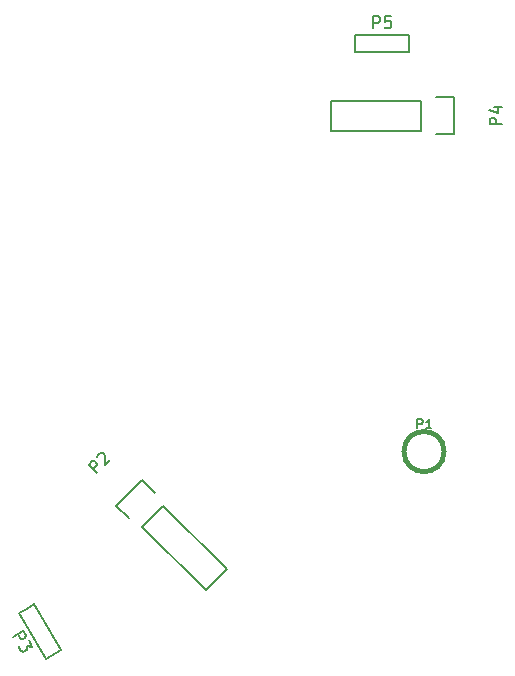
<source format=gto>
G04 #@! TF.FileFunction,Legend,Top*
%FSLAX46Y46*%
G04 Gerber Fmt 4.6, Leading zero omitted, Abs format (unit mm)*
G04 Created by KiCad (PCBNEW 4.0.2+dfsg1-stable) date Fri 05 Oct 2018 02:53:01 AM EDT*
%MOMM*%
G01*
G04 APERTURE LIST*
%ADD10C,0.100000*%
%ADD11C,0.381000*%
%ADD12C,0.150000*%
%ADD13C,0.190500*%
G04 APERTURE END LIST*
D10*
D11*
X153594145Y-106172000D02*
G75*
G03X153594145Y-106172000I-1702145J0D01*
G01*
D12*
X128016000Y-112540051D02*
X133404154Y-117928205D01*
X129812051Y-110744000D02*
X135200205Y-116132154D01*
X128016000Y-108551969D02*
X129112016Y-109647984D01*
X133404154Y-117928205D02*
X135200205Y-116132154D01*
X129812051Y-110744000D02*
X128016000Y-112540051D01*
X126919984Y-111840016D02*
X125823969Y-110744000D01*
X125823969Y-110744000D02*
X128016000Y-108551969D01*
X118255000Y-119463443D02*
X118904519Y-119088443D01*
X118904519Y-119088443D02*
X121154519Y-122985557D01*
X121154519Y-122985557D02*
X119855481Y-123735557D01*
X119855481Y-123735557D02*
X117605481Y-119838443D01*
X117605481Y-119838443D02*
X118255000Y-119463443D01*
X151638000Y-76454000D02*
X144018000Y-76454000D01*
X151638000Y-78994000D02*
X144018000Y-78994000D01*
X154458000Y-79274000D02*
X152908000Y-79274000D01*
X144018000Y-76454000D02*
X144018000Y-78994000D01*
X151638000Y-78994000D02*
X151638000Y-76454000D01*
X152908000Y-76174000D02*
X154458000Y-76174000D01*
X154458000Y-76174000D02*
X154458000Y-79274000D01*
X150586000Y-71628000D02*
X150586000Y-72378000D01*
X150586000Y-72378000D02*
X146086000Y-72378000D01*
X146086000Y-72378000D02*
X146086000Y-70878000D01*
X146086000Y-70878000D02*
X150586000Y-70878000D01*
X150586000Y-70878000D02*
X150586000Y-71628000D01*
D13*
X151329572Y-104215474D02*
X151329572Y-103453474D01*
X151619857Y-103453474D01*
X151692429Y-103489760D01*
X151728714Y-103526046D01*
X151765000Y-103598617D01*
X151765000Y-103707474D01*
X151728714Y-103780046D01*
X151692429Y-103816331D01*
X151619857Y-103852617D01*
X151329572Y-103852617D01*
X152490714Y-104215474D02*
X152055286Y-104215474D01*
X152273000Y-104215474D02*
X152273000Y-103453474D01*
X152200429Y-103562331D01*
X152127857Y-103634903D01*
X152055286Y-103671189D01*
D12*
X124207725Y-107979549D02*
X123500618Y-107272442D01*
X123769992Y-107003067D01*
X123871008Y-106969396D01*
X123938351Y-106969396D01*
X124039366Y-107003067D01*
X124140381Y-107104083D01*
X124174053Y-107205098D01*
X124174053Y-107272441D01*
X124140381Y-107373456D01*
X123871007Y-107642831D01*
X124241396Y-106666350D02*
X124241396Y-106599007D01*
X124275068Y-106497992D01*
X124443427Y-106329632D01*
X124544443Y-106295961D01*
X124611786Y-106295961D01*
X124712801Y-106329632D01*
X124780145Y-106396976D01*
X124847488Y-106531663D01*
X124847488Y-107339785D01*
X125285221Y-106902052D01*
X117103635Y-121873981D02*
X117969660Y-121373981D01*
X118160137Y-121703896D01*
X118166517Y-121810184D01*
X118149087Y-121875233D01*
X118090418Y-121964092D01*
X117966700Y-122035520D01*
X117860412Y-122041900D01*
X117795363Y-122024470D01*
X117706505Y-121965801D01*
X117516029Y-121635886D01*
X118422041Y-122157528D02*
X118731565Y-122693640D01*
X118234984Y-122595440D01*
X118306413Y-122719159D01*
X118312793Y-122825447D01*
X118295363Y-122890495D01*
X118236693Y-122979354D01*
X118030497Y-123098402D01*
X117924209Y-123104781D01*
X117859160Y-123087352D01*
X117770302Y-123028683D01*
X117627445Y-122781246D01*
X117621065Y-122674958D01*
X117638495Y-122609909D01*
X158460381Y-78462095D02*
X157460381Y-78462095D01*
X157460381Y-78081142D01*
X157508000Y-77985904D01*
X157555619Y-77938285D01*
X157650857Y-77890666D01*
X157793714Y-77890666D01*
X157888952Y-77938285D01*
X157936571Y-77985904D01*
X157984190Y-78081142D01*
X157984190Y-78462095D01*
X157793714Y-77033523D02*
X158460381Y-77033523D01*
X157412762Y-77271619D02*
X158127048Y-77509714D01*
X158127048Y-76890666D01*
X147597905Y-70330381D02*
X147597905Y-69330381D01*
X147978858Y-69330381D01*
X148074096Y-69378000D01*
X148121715Y-69425619D01*
X148169334Y-69520857D01*
X148169334Y-69663714D01*
X148121715Y-69758952D01*
X148074096Y-69806571D01*
X147978858Y-69854190D01*
X147597905Y-69854190D01*
X149074096Y-69330381D02*
X148597905Y-69330381D01*
X148550286Y-69806571D01*
X148597905Y-69758952D01*
X148693143Y-69711333D01*
X148931239Y-69711333D01*
X149026477Y-69758952D01*
X149074096Y-69806571D01*
X149121715Y-69901810D01*
X149121715Y-70139905D01*
X149074096Y-70235143D01*
X149026477Y-70282762D01*
X148931239Y-70330381D01*
X148693143Y-70330381D01*
X148597905Y-70282762D01*
X148550286Y-70235143D01*
M02*

</source>
